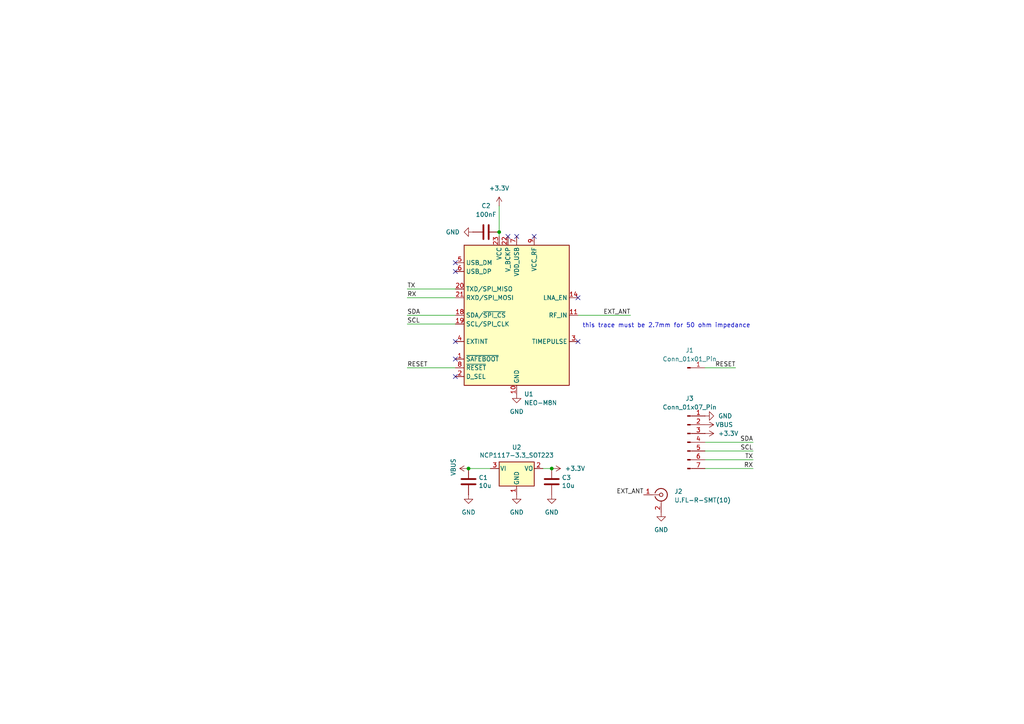
<source format=kicad_sch>
(kicad_sch (version 20250114) (generator "eeschema") (generator_version "9.0")
  (paper "A4")
  (lib_symbols
    (symbol "Connector:Conn_01x01_Pin" (pin_names (offset 1.016) (hide yes))
      (property "Reference" "J" (at 0 2.54 0))
      (property "Value" "Conn_01x01_Pin" (at 0 -2.54 0))
      (symbol "Conn_01x01_Pin_1_1"
        (rectangle (start 0.8636 0.127) (end 0 -0.127) (stroke (width 0.1524)) (fill (type outline)))
        (polyline (pts (xy 1.27 0) (xy 0.8636 0)) (stroke (width 0.1524)))
        (pin passive line (at 5.08 0 180) (length 3.81) (name "Pin_1") (number "1"))
      )
    )
    (symbol "Connector:Conn_01x07_Pin" (pin_names (offset 1.016) (hide yes))
      (property "Reference" "J" (at 0 10.16 0))
      (property "Value" "Conn_01x07_Pin" (at 0 -10.16 0))
      (symbol "Conn_01x07_Pin_1_1"
        (rectangle (start 0.8636 7.747) (end 0 7.493) (stroke (width 0.1524)) (fill (type outline)))
        (rectangle (start 0.8636 5.207) (end 0 4.953) (stroke (width 0.1524)) (fill (type outline)))
        (rectangle (start 0.8636 2.667) (end 0 2.413) (stroke (width 0.1524)) (fill (type outline)))
        (rectangle (start 0.8636 0.127) (end 0 -0.127) (stroke (width 0.1524)) (fill (type outline)))
        (rectangle (start 0.8636 -2.413) (end 0 -2.667) (stroke (width 0.1524)) (fill (type outline)))
        (rectangle (start 0.8636 -4.953) (end 0 -5.207) (stroke (width 0.1524)) (fill (type outline)))
        (rectangle (start 0.8636 -7.493) (end 0 -7.747) (stroke (width 0.1524)) (fill (type outline)))
        (polyline (pts (xy 1.27 7.62) (xy 0.8636 7.62)) (stroke (width 0.1524)))
        (polyline (pts (xy 1.27 5.08) (xy 0.8636 5.08)) (stroke (width 0.1524)))
        (polyline (pts (xy 1.27 2.54) (xy 0.8636 2.54)) (stroke (width 0.1524)))
        (polyline (pts (xy 1.27 0) (xy 0.8636 0)) (stroke (width 0.1524)))
        (polyline (pts (xy 1.27 -2.54) (xy 0.8636 -2.54)) (stroke (width 0.1524)))
        (polyline (pts (xy 1.27 -5.08) (xy 0.8636 -5.08)) (stroke (width 0.1524)))
        (polyline (pts (xy 1.27 -7.62) (xy 0.8636 -7.62)) (stroke (width 0.1524)))
        (pin passive line (at 5.08 7.62 180) (length 3.81) (name "Pin_1") (number "1"))
        (pin passive line (at 5.08 5.08 180) (length 3.81) (name "Pin_2") (number "2"))
        (pin passive line (at 5.08 2.54 180) (length 3.81) (name "Pin_3") (number "3"))
        (pin passive line (at 5.08 0 180) (length 3.81) (name "Pin_4") (number "4"))
        (pin passive line (at 5.08 -2.54 180) (length 3.81) (name "Pin_5") (number "5"))
        (pin passive line (at 5.08 -5.08 180) (length 3.81) (name "Pin_6") (number "6"))
        (pin passive line (at 5.08 -7.62 180) (length 3.81) (name "Pin_7") (number "7"))
      )
    )
    (symbol "Connector:Conn_Coaxial" (pin_names (offset 1.016) (hide yes))
      (property "Reference" "J" (at 0.254 3.048 0))
      (property "Value" "Conn_Coaxial" (at 2.921 0 90))
      (symbol "Conn_Coaxial_0_1"
        (polyline (pts (xy -2.54 0) (xy -0.508 0)))
        (arc (start 1.778 0) (mid 0.222 -1.8079) (end -1.778 -0.508) (stroke (width 0.254)))
        (arc (start -1.778 0.508) (mid 0.2221 1.8084) (end 1.778 0) (stroke (width 0.254)))
        (circle (center 0 0) (radius 0.508) (stroke (width 0.2032)))
        (polyline (pts (xy 0 -2.54) (xy 0 -1.778)))
      )
      (symbol "Conn_Coaxial_1_1"
        (pin passive line (at -5.08 0 0) (length 2.54) (name "In") (number "1"))
        (pin passive line (at 0 -5.08 90) (length 2.54) (name "Ext") (number "2"))
      )
    )
    (symbol "Device:C" (pin_numbers (hide yes)) (pin_names (offset 0.254))
      (property "Reference" "C" (at 0.635 2.54 0))
      (property "Value" "C" (at 0.635 -2.54 0))
      (symbol "C_0_1"
        (polyline (pts (xy -2.032 0.762) (xy 2.032 0.762)) (stroke (width 0.508)))
        (polyline (pts (xy -2.032 -0.762) (xy 2.032 -0.762)) (stroke (width 0.508)))
      )
      (symbol "C_1_1"
        (pin passive line (at 0 3.81 270) (length 2.794) (name "~") (number "1"))
        (pin passive line (at 0 -3.81 90) (length 2.794) (name "~") (number "2"))
      )
    )
    (symbol "RF_GPS:NEO-M8N"
      (property "Reference" "U" (at -13.97 21.59 0))
      (property "Value" "NEO-M8N" (at 11.43 21.59 0))
      (symbol "NEO-M8N_0_1"
        (rectangle (start -15.24 20.32) (end 15.24 -20.32) (stroke (width 0.254)) (fill (type background)))
      )
      (symbol "NEO-M8N_1_1"
        (pin bidirectional line (at -17.78 15.24 0) (length 2.54) (name "USB_DM") (number "5"))
        (pin bidirectional line (at -17.78 12.7 0) (length 2.54) (name "USB_DP") (number "6"))
        (pin output line (at -17.78 7.62 0) (length 2.54) (name "TXD/SPI_MISO") (number "20"))
        (pin input line (at -17.78 5.08 0) (length 2.54) (name "RXD/SPI_MOSI") (number "21"))
        (pin bidirectional line (at -17.78 0 0) (length 2.54) (name "SDA/~{SPI_CS}") (number "18"))
        (pin input line (at -17.78 -2.54 0) (length 2.54) (name "SCL/SPI_CLK") (number "19"))
        (pin input line (at -17.78 -7.62 0) (length 2.54) (name "EXTINT") (number "4"))
        (pin input line (at -17.78 -12.7 0) (length 2.54) (name "~{SAFEBOOT}") (number "1"))
        (pin input line (at -17.78 -15.24 0) (length 2.54) (name "~{RESET}") (number "8"))
        (pin input line (at -17.78 -17.78 0) (length 2.54) (name "D_SEL") (number "2"))
        (pin power_in line (at -5.08 22.86 270) (length 2.54) (name "VCC") (number "23"))
        (pin power_in line (at -2.54 22.86 270) (length 2.54) (name "V_BCKP") (number "22"))
        (pin power_in line (at 0 22.86 270) (length 2.54) (name "VDD_USB") (number "7"))
        (pin power_in line (at 0 -22.86 90) (length 2.54) (name "GND") (number "10"))
        (pin passive line (at 0 -22.86 90) (length 2.54) (hide yes) (name "GND") (number "12"))
        (pin passive line (at 0 -22.86 90) (length 2.54) (hide yes) (name "GND") (number "13"))
        (pin passive line (at 0 -22.86 90) (length 2.54) (hide yes) (name "GND") (number "24"))
        (pin power_out line (at 5.08 22.86 270) (length 2.54) (name "VCC_RF") (number "9"))
        (pin no_connect line (at 15.24 -10.16 180) (length 2.54) (hide yes) (name "RESERVED") (number "15"))
        (pin no_connect line (at 15.24 -12.7 180) (length 2.54) (hide yes) (name "RESERVED") (number "16"))
        (pin no_connect line (at 15.24 -15.24 180) (length 2.54) (hide yes) (name "RESERVED") (number "17"))
        (pin output line (at 17.78 5.08 180) (length 2.54) (name "LNA_EN") (number "14"))
        (pin input line (at 17.78 0 180) (length 2.54) (name "RF_IN") (number "11"))
        (pin output line (at 17.78 -7.62 180) (length 2.54) (name "TIMEPULSE") (number "3"))
      )
    )
    (symbol "Regulator_Linear:NCP1117-3.3_SOT223" (pin_names (offset 0.254))
      (property "Reference" "U" (at -3.81 3.175 0))
      (property "Value" "NCP1117-3.3_SOT223" (at 0 3.175 0))
      (symbol "NCP1117-3.3_SOT223_0_1"
        (rectangle (start -5.08 -5.08) (end 5.08 1.905) (stroke (width 0.254)) (fill (type background)))
      )
      (symbol "NCP1117-3.3_SOT223_1_1"
        (pin power_in line (at -7.62 0 0) (length 2.54) (name "VI") (number "3"))
        (pin power_in line (at 0 -7.62 90) (length 2.54) (name "GND") (number "1"))
        (pin power_out line (at 7.62 0 180) (length 2.54) (name "VO") (number "2"))
      )
    )
    (symbol "power:+3.3V" (power) (pin_numbers (hide yes)) (pin_names (offset 0) (hide yes))
      (property "Value" "+3.3V" (at 0 3.556 0))
      (symbol "+3.3V_0_1"
        (polyline (pts (xy -0.762 1.27) (xy 0 2.54)))
        (polyline (pts (xy 0 2.54) (xy 0.762 1.27)))
        (polyline (pts (xy 0 0) (xy 0 2.54)))
      )
      (symbol "+3.3V_1_1"
        (pin power_in line (at 0 0 90) (length 0) (name "~") (number "1"))
      )
    )
    (symbol "power:GND" (power) (pin_numbers (hide yes)) (pin_names (offset 0) (hide yes))
      (property "Value" "GND" (at 0 -3.81 0))
      (symbol "GND_0_1"
        (polyline (pts (xy 0 0) (xy 0 -1.27) (xy 1.27 -1.27) (xy 0 -2.54) (xy -1.27 -1.27) (xy 0 -1.27)))
      )
      (symbol "GND_1_1"
        (pin power_in line (at 0 0 270) (length 0) (name "~") (number "1"))
      )
    )
    (symbol "power:VBUS" (power) (pin_names (offset 0))
      (property "Value" "VBUS" (at 0 3.81 0))
      (symbol "VBUS_0_1"
        (polyline (pts (xy -0.762 1.27) (xy 0 2.54)))
        (polyline (pts (xy 0 2.54) (xy 0.762 1.27)))
        (polyline (pts (xy 0 0) (xy 0 2.54)))
      )
      (symbol "VBUS_1_1"
        (pin power_in line (at 0 0 90) (length 0) (hide yes) (name "VBUS") (number "1"))
      )
    )
  )
  (text "this trace must be 2.7mm for 50 ohm impedance" (at 193.294 94.488 0) (effects (font (size 1.27 1.27))))
  (junction (at 135.89 135.89))
  (junction (at 160.02 135.89))
  (junction (at 144.78 67.31))
  (no_connect (at 132.08 99.06))
  (no_connect (at 154.94 68.58))
  (no_connect (at 147.32 68.58))
  (no_connect (at 167.64 99.06))
  (no_connect (at 132.08 104.14))
  (no_connect (at 167.64 86.36))
  (no_connect (at 132.08 78.74))
  (no_connect (at 132.08 76.2))
  (no_connect (at 149.86 68.58))
  (no_connect (at 132.08 109.22))
  (wire (pts (xy 118.11 93.98) (xy 132.08 93.98)))
  (wire (pts (xy 182.88 91.44) (xy 167.64 91.44)))
  (wire (pts (xy 118.11 91.44) (xy 132.08 91.44)))
  (wire (pts (xy 118.11 106.68) (xy 132.08 106.68)))
  (wire (pts (xy 213.36 106.68) (xy 204.47 106.68)))
  (wire (pts (xy 218.44 130.81) (xy 204.47 130.81)))
  (wire (pts (xy 118.11 83.82) (xy 132.08 83.82)))
  (wire (pts (xy 218.44 135.89) (xy 204.47 135.89)))
  (wire (pts (xy 218.44 128.27) (xy 204.47 128.27)))
  (wire (pts (xy 144.78 67.31) (xy 144.78 68.58)))
  (wire (pts (xy 144.78 59.69) (xy 144.78 67.31)))
  (wire (pts (xy 218.44 133.35) (xy 204.47 133.35)))
  (wire (pts (xy 118.11 86.36) (xy 132.08 86.36)))
  (wire (pts (xy 157.48 135.89) (xy 160.02 135.89)))
  (wire (pts (xy 135.89 135.89) (xy 142.24 135.89)))
  (label "RESET" (at 118.11 106.68 0))
  (label "SDA" (at 118.11 91.44 0))
  (label "EXT_ANT" (at 186.69 143.51 180))
  (label "SCL" (at 218.44 130.81 180))
  (label "RX" (at 118.11 86.36 0))
  (label "RX" (at 218.44 135.89 180))
  (label "TX" (at 118.11 83.82 0))
  (label "SCL" (at 118.11 93.98 0))
  (label "RESET" (at 213.36 106.68 180))
  (label "SDA" (at 218.44 128.27 180))
  (label "TX" (at 218.44 133.35 180))
  (label "EXT_ANT" (at 182.88 91.44 180))
  (symbol (lib_id "Regulator_Linear:NCP1117-3.3_SOT223") (at 149.86 135.89 0) (unit 1)
    (property "Reference" "U2" (at 149.86 129.7432 0))
    (property "Value" "NCP1117-3.3_SOT223" (at 149.86 132.0546 0))
    (property "Footprint" "Package_TO_SOT_SMD:SOT-223-3_TabPin2" (effects (hide yes)))
    (property "Datasheet" "http://www.onsemi.com/pub_link/Collateral/NCP1117-D.PDF" (effects (hide yes)))
  )
  (symbol (lib_id "power:VBUS") (at 204.47 123.19 270) (unit 1)
    (property "Reference" "#PWR014" (effects (hide yes)))
    (property "Value" "VBUS" (at 210.058 123.19 90))
  )
  (symbol (lib_id "Connector:Conn_Coaxial") (at 191.77 143.51 0) (unit 1)
    (property "Reference" "J2" (at 195.58 142.5331 0) (effects (justify left)))
    (property "Value" "U.FL-R-SMT(10)" (at 195.58 145.0731 0) (effects (justify left)))
    (property "Footprint" "Connector_Coaxial:U.FL_Hirose_U.FL-R-SMT-1_Vertical" (effects (hide yes)))
    (property "Description" "coaxial connector (BNC, SMA, SMB, SMC, Cinch/RCA, LEMO, ...)" (effects (hide yes)))
  )
  (symbol (lib_id "Device:C") (at 160.02 139.7 0) (unit 1)
    (property "Reference" "C3" (at 162.941 138.5316 0) (effects (justify left)))
    (property "Value" "10u" (at 162.941 140.843 0) (effects (justify left)))
    (property "Footprint" "Capacitor_SMD:C_0805_2012Metric" (effects (hide yes)))
  )
  (symbol (lib_id "RF_GPS:NEO-M8N") (at 149.86 91.44 0) (unit 1)
    (property "Reference" "U1" (at 152.0033 114.3 0) (effects (justify left)))
    (property "Value" "NEO-M8N" (at 152.0033 116.84 0) (effects (justify left)))
    (property "Footprint" "RF_GPS:ublox_NEO" (effects (hide yes)))
    (property "Datasheet" "https://content.u-blox.com/sites/default/files/NEO-M8-FW3_DataSheet_UBX-15031086.pdf" (effects (hide yes)))
    (property "Description" "GNSS Module NEO M8, VCC 2.7V to 3.6V" (effects (hide yes)))
  )
  (symbol (lib_id "power:+3.3V") (at 144.78 59.69 0) (unit 1)
    (property "Reference" "#PWR03" (effects (hide yes)))
    (property "Value" "+3.3V" (at 144.78 54.61 0))
    (property "Description" "Power symbol creates a global label with name \"+3.3V\"" (effects (hide yes)))
  )
  (symbol (lib_id "Device:C") (at 140.97 67.31 90) (unit 1)
    (property "Reference" "C2" (at 140.97 59.69 90))
    (property "Value" "100nF" (at 140.97 62.23 90))
    (property "Footprint" "10uF:C0402" (effects (hide yes)))
    (property "Description" "Unpolarized capacitor" (effects (hide yes)))
  )
  (symbol (lib_id "Connector:Conn_01x01_Pin") (at 199.39 106.68 0) (unit 1)
    (property "Reference" "J1" (at 200.025 101.6 0))
    (property "Value" "Conn_01x01_Pin" (at 200.025 104.14 0))
    (property "Footprint" "TestPoint:TestPoint_Pad_1.5x1.5mm" (effects (hide yes)))
    (property "Description" "Generic connector, single row, 01x01, script generated" (effects (hide yes)))
  )
  (symbol (lib_id "power:GND") (at 204.47 120.65 90) (unit 1)
    (property "Reference" "#PWR012" (effects (hide yes)))
    (property "Value" "GND" (at 208.28 120.6499 90) (effects (justify right)))
    (property "Description" "Power symbol creates a global label with name \"GND\" , ground" (effects (hide yes)))
  )
  (symbol (lib_id "Device:C") (at 135.89 139.7 0) (unit 1)
    (property "Reference" "C1" (at 138.811 138.5316 0) (effects (justify left)))
    (property "Value" "10u" (at 138.811 140.843 0) (effects (justify left)))
    (property "Footprint" "Capacitor_SMD:C_0805_2012Metric" (effects (hide yes)))
  )
  (symbol (lib_id "power:GND") (at 149.86 114.3 0) (unit 1)
    (property "Reference" "#PWR04" (effects (hide yes)))
    (property "Value" "GND" (at 149.86 119.38 0))
    (property "Description" "Power symbol creates a global label with name \"GND\" , ground" (effects (hide yes)))
  )
  (symbol (lib_id "power:+3.3V") (at 160.02 135.89 270) (unit 1)
    (property "Reference" "#PWR06" (effects (hide yes)))
    (property "Value" "+3.3V" (at 163.83 135.8899 90) (effects (justify left)))
    (property "Description" "Power symbol creates a global label with name \"+3.3V\"" (effects (hide yes)))
  )
  (symbol (lib_id "power:GND") (at 135.89 143.51 0) (unit 1)
    (property "Reference" "#PWR02" (effects (hide yes)))
    (property "Value" "GND" (at 135.89 148.59 0))
    (property "Description" "Power symbol creates a global label with name \"GND\" , ground" (effects (hide yes)))
  )
  (symbol (lib_id "power:GND") (at 191.77 148.59 0) (unit 1)
    (property "Reference" "#PWR08" (effects (hide yes)))
    (property "Value" "GND" (at 191.77 153.67 0))
    (property "Description" "Power symbol creates a global label with name \"GND\" , ground" (effects (hide yes)))
  )
  (symbol (lib_id "power:+3.3V") (at 204.47 125.73 270) (unit 1)
    (property "Reference" "#PWR013" (effects (hide yes)))
    (property "Value" "+3.3V" (at 208.28 125.7299 90) (effects (justify left)))
    (property "Description" "Power symbol creates a global label with name \"+3.3V\"" (effects (hide yes)))
  )
  (symbol (lib_id "Connector:Conn_01x07_Pin") (at 199.39 128.27 0) (unit 1)
    (property "Reference" "J3" (at 200.025 115.57 0))
    (property "Value" "Conn_01x07_Pin" (at 200.025 118.11 0))
    (property "Footprint" "Connector_PinHeader_2.54mm:PinHeader_1x07_P2.54mm_Vertical" (effects (hide yes)))
    (property "Description" "Generic connector, single row, 01x07, script generated" (effects (hide yes)))
  )
  (symbol (lib_id "power:VBUS") (at 135.89 135.89 90) (unit 1)
    (property "Reference" "#PWR01" (effects (hide yes)))
    (property "Value" "VBUS" (at 131.4958 135.509 0))
  )
  (symbol (lib_id "power:GND") (at 137.16 67.31 270) (unit 1)
    (property "Reference" "#PWR09" (effects (hide yes)))
    (property "Value" "GND" (at 133.35 67.3099 90) (effects (justify right)))
    (property "Description" "Power symbol creates a global label with name \"GND\" , ground" (effects (hide yes)))
  )
  (symbol (lib_id "power:GND") (at 149.86 143.51 0) (unit 1)
    (property "Reference" "#PWR05" (effects (hide yes)))
    (property "Value" "GND" (at 149.86 148.59 0))
    (property "Description" "Power symbol creates a global label with name \"GND\" , ground" (effects (hide yes)))
  )
  (symbol (lib_id "power:GND") (at 160.02 143.51 0) (unit 1)
    (property "Reference" "#PWR07" (effects (hide yes)))
    (property "Value" "GND" (at 160.02 148.59 0))
    (property "Description" "Power symbol creates a global label with name \"GND\" , ground" (effects (hide yes)))
  )
)
</source>
